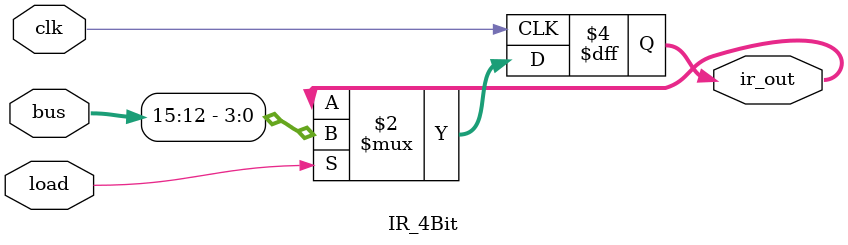
<source format=v>
module IR_4Bit (
    input clk,                  // Clock signal
    input load,                 // Load signal
    input [15:0] bus,           // 16-bit internal bus (only higher 4 bits are used)
    output reg [3:0] ir_out     // 4-bit Instruction Register output
);

    // Register to hold the 4-bit instruction value
    always @(negedge clk) begin
        if (load) begin
            ir_out <= bus[15:12]; 
        end
    end

endmodule

</source>
